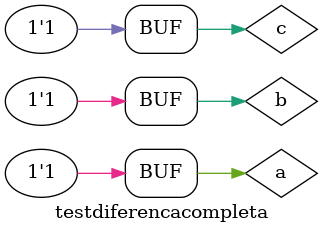
<source format=v>


module meiadiferenca (s0, s1, a, b);

 output s0, s1;
 input  a, b;
 wire t1;
 
xor XOR1 (s0, a, b);
not NOT1 (t1, a);
and AND1 (s1, t1, b);
 
 endmodule //
 
// ---------------------
// -- Full Substractor
// ---------------------

module diferencacompleta(s0, s1, a, b, c);

wire t1,t2,t3;
output s0, s1;
input a, b, c;

meiadiferenca MD1 (t1, t2, a, b);
meiadiferenca MD2 (s0, t3, c, t1);
or OR1 (s1, t2 , t3);

endmodule //

// --------------------------
// -- test diferenca completa
// --------------------------

module testdiferencacompleta;
 reg   a, b, c;             
 wire  s0, s1;
          // instancia
 diferencacompleta DIFERENCACOMPLETA1 (s0, s1, a, b, c);

 initial begin:start
      a=0; b=0; c=0;
 end

          // parte principal
 initial begin:main
      $display("Guia 04 Ex 03 - Alvaro Henrique - 395487");
      $display("Diferenca completa");
      $display("\n c a b = s1 s0\n");
      $monitor(" %b %b %b = %b %b", c, a, b, s1, s0);
#1 a=0;b=1;c=0;
#1 a=1;b=0;c=0;
#1 a=1;b=1;c=0;
#1 a=0;b=0;c=1;
#1 a=0;b=1;c=1;
#1 a=1;b=0;c=1;
#1 a=1;b=1;c=1;
  
 end

endmodule //
</source>
